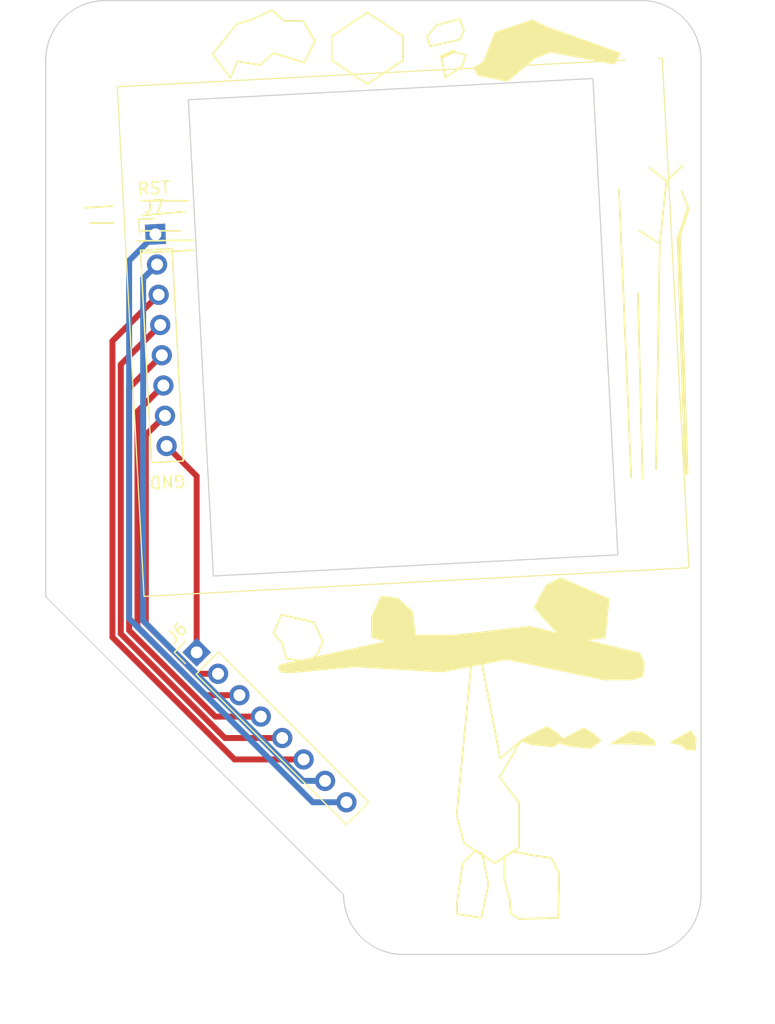
<source format=kicad_pcb>
(kicad_pcb (version 20221018) (generator pcbnew)
  (layers (0 "F.Cu" signal) (31 "B.Cu" signal) (34 "B.Paste" user) (35 "F.Paste" user) (36 "B.SilkS" user "B.Silkscreen") (37 "F.SilkS" user "F.Silkscreen") (38 "B.Mask" user) (39 "F.Mask" user) (44 "Edge.Cuts" user))
  (net 0 "")
  (net 1 "Net-(J6-Pin_8)")
  (net 2 "Net-(J6-Pin_1)")
  (net 3 "Net-(J6-Pin_3)")
  (net 4 "Net-(J6-Pin_4)")
  (net 5 "Net-(J6-Pin_5)")
  (net 6 "Net-(J6-Pin_6)")
  (net 7 "Net-(J6-Pin_7)")
  (net 8 "Net-(J6-Pin_2)")
  (footprint "Connector_PinHeader_2.54mm:PinHeader_1x08_P2.54mm_Vertical" (layer "F.Cu") (at 191.710748 39.600643 3)
    (fp_text reference "J7" (at 0 -2.33 3 unlocked) (layer "F.SilkS"))
    (fp_text value "Conn_01x08_Pin_nokia_balkon_blizko")
    (fp_line (start -1.33 -1.33) (end 0 -1.33) (stroke (width 0.12)) (layer "F.SilkS"))
    (fp_line (start -1.33 0) (end -1.33 -1.33) (stroke (width 0.12)) (layer "F.SilkS"))
    (fp_line (start -1.33 1.27) (end -1.33 19.11) (stroke (width 0.12)) (layer "F.SilkS"))
    (fp_line (start -1.33 1.27) (end 1.33 1.27) (stroke (width 0.12)) (layer "F.SilkS"))
    (fp_line (start -1.33 19.11) (end 1.33 19.11) (stroke (width 0.12)) (layer "F.SilkS"))
    (fp_line (start 1.33 1.27) (end 1.33 19.11) (stroke (width 0.12)) (layer "F.SilkS"))
    (pad "1" thru_hole rect (at 0 0 3) (size 1.7 1.7) (drill 1) (layers "*.Cu" "*.Mask") (net 1 "Net-(J6-Pin_8)"))
    (pad "2" thru_hole oval (at 0 2.54 3) (size 1.7 1.7) (drill 1) (layers "*.Cu" "*.Mask") (net 7 "Net-(J6-Pin_7)"))
    (pad "3" thru_hole oval (at 0 5.08 3) (size 1.7 1.7) (drill 1) (layers "*.Cu" "*.Mask") (net 6 "Net-(J6-Pin_6)"))
    (pad "4" thru_hole oval (at 0 7.62 3) (size 1.7 1.7) (drill 1) (layers "*.Cu" "*.Mask") (net 5 "Net-(J6-Pin_5)"))
    (pad "5" thru_hole oval (at 0 10.16 3) (size 1.7 1.7) (drill 1) (layers "*.Cu" "*.Mask") (net 4 "Net-(J6-Pin_4)"))
    (pad "6" thru_hole oval (at 0 12.7 3) (size 1.7 1.7) (drill 1) (layers "*.Cu" "*.Mask") (net 3 "Net-(J6-Pin_3)"))
    (pad "7" thru_hole oval (at 0 15.24 3) (size 1.7 1.7) (drill 1) (layers "*.Cu" "*.Mask") (net 8 "Net-(J6-Pin_2)"))
    (pad "8" thru_hole oval (at 0 17.78 3) (size 1.7 1.7) (drill 1) (layers "*.Cu" "*.Mask") (net 2 "Net-(J6-Pin_1)"))
  )
  (footprint "MountingHole:MountingHole_2.7mm_M2.5" (layer "F.Cu") (at 232.5 25)
    (fp_text reference "REF**" hide)
    (fp_text value "MountingHole_2.7mm_M2.5")
    (pad "" np_thru_hole circle (at 0 0) (size 2.7 2.7) (drill 2.7) (layers "*.Cu" "*.Mask"))
  )
  (footprint "MountingHole:MountingHole_2.7mm_M2.5" (layer "F.Cu") (at 192.5 25)
    (fp_text reference "REF**" hide)
    (fp_text value "MountingHole_2.7mm_M2.5")
    (pad "" np_thru_hole circle (at 0 0) (size 2.7 2.7) (drill 2.7) (layers "*.Cu" "*.Mask"))
  )
  (footprint "MountingHole:MountingHole_2.7mm_M2.5" (layer "F.Cu") (at 191.293369 31.636572 3)
    (fp_text reference "REF**" hide)
    (fp_text value "MountingHole_2.7mm_M2.5")
    (pad "" np_thru_hole circle (at 0 0 3) (size 2.7 2.7) (drill 2.7) (layers "*.Cu" "*.Mask"))
  )
  (footprint "Connector_PinHeader_2.54mm:PinHeader_1x08_P2.54mm_Vertical" (layer "F.Cu") (at 195.165795 74.665795 45)
    (fp_text reference "J6" (at 0 -2.33 45 unlocked) (layer "F.SilkS"))
    (fp_text value "Conn_01x08_Pin_nokia_balkon")
    (fp_line (start -1.33 -1.33) (end 0 -1.33) (stroke (width 0.12)) (layer "F.SilkS"))
    (fp_line (start -1.33 0) (end -1.33 -1.33) (stroke (width 0.12)) (layer "F.SilkS"))
    (fp_line (start -1.33 1.27) (end -1.33 19.11) (stroke (width 0.12)) (layer "F.SilkS"))
    (fp_line (start -1.33 1.27) (end 1.33 1.27) (stroke (width 0.12)) (layer "F.SilkS"))
    (fp_line (start -1.33 19.11) (end 1.33 19.11) (stroke (width 0.12)) (layer "F.SilkS"))
    (fp_line (start 1.33 1.27) (end 1.33 19.11) (stroke (width 0.12)) (layer "F.SilkS"))
    (pad "1" thru_hole rect (at 0 0 45) (size 1.7 1.7) (drill 1) (layers "*.Cu" "*.Mask") (net 2 "Net-(J6-Pin_1)"))
    (pad "2" thru_hole oval (at 0 2.54 45) (size 1.7 1.7) (drill 1) (layers "*.Cu" "*.Mask") (net 8 "Net-(J6-Pin_2)"))
    (pad "3" thru_hole oval (at 0 5.08 45) (size 1.7 1.7) (drill 1) (layers "*.Cu" "*.Mask") (net 3 "Net-(J6-Pin_3)"))
    (pad "4" thru_hole oval (at 0 7.62 45) (size 1.7 1.7) (drill 1) (layers "*.Cu" "*.Mask") (net 4 "Net-(J6-Pin_4)"))
    (pad "5" thru_hole oval (at 0 10.16 45) (size 1.7 1.7) (drill 1) (layers "*.Cu" "*.Mask") (net 5 "Net-(J6-Pin_5)"))
    (pad "6" thru_hole oval (at 0 12.7 45) (size 1.7 1.7) (drill 1) (layers "*.Cu" "*.Mask") (net 6 "Net-(J6-Pin_6)"))
    (pad "7" thru_hole oval (at 0 15.24 45) (size 1.7 1.7) (drill 1) (layers "*.Cu" "*.Mask") (net 7 "Net-(J6-Pin_7)"))
    (pad "8" thru_hole oval (at 0 17.78 45) (size 1.7 1.7) (drill 1) (layers "*.Cu" "*.Mask") (net 1 "Net-(J6-Pin_8)"))
  )
  (footprint "PCM_kikit:Board" (layer "F.Cu") (at 220.5 100 180)
    (fp_text reference "B3")
    (fp_text value "Board")
  )
  (footprint "MountingHole:MountingHole_2.7mm_M2.5" (layer "F.Cu") (at 232.5 95)
    (fp_text reference "REF**" hide)
    (fp_text value "MountingHole_2.7mm_M2.5")
    (pad "" np_thru_hole circle (at 0 0) (size 2.7 2.7) (drill 2.7) (layers "*.Cu" "*.Mask"))
  )
  (footprint "MountingHole:MountingHole_2.7mm_M2.5" (layer "F.Cu") (at 233.701313 63.160314 -177)
    (fp_text reference "REF**" hide)
    (fp_text value "MountingHole_2.7mm_M2.5")
    (pad "" np_thru_hole circle (at 0 0 183) (size 2.7 2.7) (drill 2.7) (layers "*.Cu" "*.Mask"))
  )
  (footprint "MountingHole:MountingHole_2.7mm_M2.5" (layer "F.Cu") (at 212.5 95)
    (fp_text reference "REF**" hide)
    (fp_text value "MountingHole_2.7mm_M2.5")
    (pad "" np_thru_hole circle (at 0 0) (size 2.7 2.7) (drill 2.7) (layers "*.Cu" "*.Mask"))
  )
  (footprint "MountingHole:MountingHole_2.7mm_M2.5" (layer "B.Cu") (at 193.05709 65.290388 3)
    (fp_text reference "REF**" hide)
    (fp_text value "MountingHole_2.7mm_M2.5")
    (pad "" np_thru_hole circle (at 0 0 3) (size 2.7 2.7) (drill 2.7) (layers "*.Cu" "*.Mask"))
  )
  (footprint "MountingHole:MountingHole_2.7mm_M2.5" (layer "B.Cu") (at 231.937591 29.506499 -177)
    (fp_text reference "REF**" hide)
    (fp_text value "MountingHole_2.7mm_M2.5")
    (pad "" np_thru_hole circle (at 0 0 183) (size 2.7 2.7) (drill 2.7) (layers "*.Cu" "*.Mask"))
  )
  (gr_line (start 204.1 21.7) (end 205.1 23.4) (stroke (width 0.15)) (layer "F.SilkS"))
  (gr_line (start 234.04 40.39) (end 232.28 39.28) (stroke (width 0.15)) (layer "F.SilkS"))
  (gr_line (start 185.72 37.38) (end 188.12 37.23) (stroke (width 0.15)) (layer "F.SilkS"))
  (gr_line (start 190.63 41.14) (end 194.87 40.94) (stroke (width 0.15)) (layer "F.SilkS"))
  (gr_poly (pts (xy 219.36 24.94) (xy 220.23 22.71) (xy 223.33 21.66) (xy 224.41 22.19) (xy 230.66 24.42) (xy 230.24 25.29) (xy 224.87 24.28) (xy 223.54 24.8) (xy 221.24 26.72) (xy 218.8 26.24) (xy 218.48 25.61) (xy 219.18 25.26)) (stroke (width 0.15)) (fill solid) (layer "F.SilkS"))
  (gr_line (start 236.27 59.61) (end 235.63 39.84) (stroke (width 0.35)) (layer "F.SilkS"))
  (gr_poly (pts (xy 218.21 75.68) (xy 216.99 88.3) (xy 217.61 90.67) (xy 220.2 92.36) (xy 222.23 91.01) (xy 222.23 87.29) (xy 220.6 85.14) (xy 222.35 82.1) (xy 220.65 83.56) (xy 219.02 75.17) (xy 218.39 75.38)) (stroke (width 0.15)) (fill none) (layer "F.SilkS"))
  (gr_line (start 216.05 26.46) (end 215.71 24.73) (stroke (width 0.15)) (layer "F.SilkS"))
  (gr_poly (pts (xy 225.26 72.81) (xy 223.54 70.89) (xy 224.53 69.06) (xy 225.72 68.46) (xy 229.75 70.2) (xy 229.42 73.41) (xy 226.7 73.73)) (stroke (width 0.15)) (fill solid) (layer "F.SilkS"))
  (gr_line (start 217.61 22.49) (end 217.28 23.27) (stroke (width 0.15)) (layer "F.SilkS"))
  (gr_line (start 216.72 24.28) (end 217.78 24.56) (stroke (width 0.15)) (layer "F.SilkS"))
  (gr_line (start 205.1 23.4) (end 204.2 25.2) (stroke (width 0.15)) (layer "F.SilkS"))
  (gr_line (start 234.59 35.13) (end 235.95 33.85) (stroke (width 0.15)) (layer "F.SilkS"))
  (gr_line (start 233.72 59.29) (end 234.04 40.39) (stroke (width 0.15)) (layer "F.SilkS"))
  (gr_poly (pts (xy 221 91.79) (xy 221 93.68) (xy 221.45 95.41) (xy 221.52 96.57) (xy 222.21 97.02) (xy 225.51 96.94) (xy 225.6 93.18) (xy 224.93 91.91) (xy 223.19 91.66) (xy 221.82 91.36)) (stroke (width 0.15)) (fill none) (layer "F.SilkS"))
  (gr_line (start 215.32 22.05) (end 217.22 21.54) (stroke (width 0.15)) (layer "F.SilkS"))
  (gr_poly (pts (xy 211.32 73.73) (xy 209.89 73.41) (xy 209.89 71.67) (xy 210.69 70) (xy 212.05 70.17) (xy 213.27 71.29) (xy 213.47 73.26) (xy 211.31 73.72)) (stroke (width 0.15)) (fill solid) (layer "F.SilkS"))
  (gr_line (start 206.5 25) (end 206.5 23) (stroke (width 0.15)) (layer "F.SilkS"))
  (gr_line (start 209.5 21) (end 212.5 23) (stroke (width 0.15)) (layer "F.SilkS"))
  (gr_line (start 190.54 36.79) (end 194.45 36.79) (stroke (width 0.15)) (layer "F.SilkS"))
  (gr_line (start 190.6 38.02) (end 194.22 37.68) (stroke (width 0.15)) (layer "F.SilkS"))
  (gr_line (start 201.6 24.4) (end 200.5 25.4) (stroke (width 0.15)) (layer "F.SilkS"))
  (gr_poly (pts (xy 188.508735 27.226265) (xy 234.245968 24.829278) (xy 236.485946 67.570622) (xy 190.748714 69.967609)) (stroke (width 0.1)) (fill none) (layer "F.SilkS"))
  (gr_line (start 190.17 40.15) (end 194.91 40.1) (stroke (width 0.15)) (layer "F.SilkS"))
  (gr_line (start 232.6 60.17) (end 232.2 44.54) (stroke (width 0.15)) (layer "F.SilkS"))
  (gr_line (start 217.28 23.27) (end 214.76 23.83) (stroke (width 0.15)) (layer "F.SilkS"))
  (gr_line (start 198.6 25.1) (end 198 26.5) (stroke (width 0.15)) (layer "F.SilkS"))
  (gr_line (start 190.54 39.31) (end 193.81 39.31) (stroke (width 0.15)) (layer "F.SilkS"))
  (gr_line (start 200.5 25.4) (end 198.6 25.1) (stroke (width 0.15)) (layer "F.SilkS"))
  (gr_line (start 214.76 23.83) (end 214.5 23) (stroke (width 0.15)) (layer "F.SilkS"))
  (gr_line (start 204.2 25.2) (end 201.6 24.4) (stroke (width 0.15)) (layer "F.SilkS"))
  (gr_poly (pts (xy 202.14 75.77) (xy 213.47 73.26) (xy 216.77 73.26) (xy 223.13 72.53) (xy 232.34 74.77) (xy 232.68 75.49) (xy 232.68 76.05) (xy 232.56 76.67) (xy 231.67 76.94) (xy 229.38 76.94) (xy 221.18 75.21) (xy 215.76 76.27) (xy 208.39 75.83) (xy 203.14 76.33) (xy 203.16 76.35) (xy 202.23 76.28) (xy 202.06 75.93)) (stroke (width 0.15)) (fill solid) (layer "F.SilkS"))
  (gr_line (start 217.22 21.54) (end 217.61 22.49) (stroke (width 0.15)) (layer "F.SilkS"))
  (gr_line (start 200 21.5) (end 201.5 20.8) (stroke (width 0.15)) (layer "F.SilkS"))
  (gr_line (start 234.59 35.13) (end 233.16 34.01) (stroke (width 0.15)) (layer "F.SilkS"))
  (gr_line (start 235.63 39.84) (end 236.43 37.44) (stroke (width 0.25)) (layer "F.SilkS"))
  (gr_poly (pts (xy 230.02 82.31) (xy 231.63 81.34) (xy 232.54 81.41) (xy 233.58 82.11) (xy 233.62 82.42) (xy 233.09 82.42) (xy 231.28 82.31) (xy 230.03 82.3) (xy 230.02 82.28) (xy 230.04 82.31) (xy 230 82.3)) (stroke (width 0.15)) (fill solid) (layer "F.SilkS"))
  (gr_poly (pts (xy 225.59 82.13) (xy 227.68 81.05) (xy 228.49 81.54) (xy 229.04 82.09) (xy 228.21 82.69) (xy 226.43 82.48) (xy 225.52 82.2)) (stroke (width 0.15)) (fill solid) (layer "F.SilkS"))
  (gr_line (start 215.71 24.73) (end 216.72 24.28) (stroke (width 0.3)) (layer "F.SilkS"))
  (gr_line (start 206.5 23) (end 209.5 21) (stroke (width 0.15)) (layer "F.SilkS"))
  (gr_line (start 234.04 40.39) (end 234.59 35.13) (stroke (width 0.15)) (layer "F.SilkS"))
  (gr_line (start 231.64 60.01) (end 230.61 35.85) (stroke (width 0.15)) (layer "F.SilkS"))
  (gr_line (start 201.5 20.8) (end 202.5 21.7) (stroke (width 0.15)) (layer "F.SilkS"))
  (gr_line (start 202.5 21.7) (end 204.1 21.7) (stroke (width 0.15)) (layer "F.SilkS"))
  (gr_line (start 212.5 25) (end 209.5 27) (stroke (width 0.15)) (layer "F.SilkS"))
  (gr_line (start 214.5 23) (end 215.32 22.05) (stroke (width 0.15)) (layer "F.SilkS"))
  (gr_poly (pts (xy 235 82.22) (xy 236.67 81.27) (xy 237.06 82.01) (xy 236.99 82.84) (xy 236.25 82.78) (xy 235.87 82.42) (xy 234.98 82.21)) (stroke (width 0.15)) (fill solid) (layer "F.SilkS"))
  (gr_poly (pts (xy 222.457621 82.009842) (xy 224.547621 80.929842) (xy 225.357621 81.419842) (xy 225.907621 81.969842) (xy 225.077621 82.569842) (xy 223.297621 82.359842) (xy 222.387621 82.079842)) (stroke (width 0.15)) (fill solid) (layer "F.SilkS"))
  (gr_line (start 236.43 37.44) (end 235.87 35.93) (stroke (width 0.15)) (layer "F.SilkS"))
  (gr_poly (pts (xy 204.55 75.49) (xy 202.72 75.18) (xy 202.31 73.85) (xy 201.62 73.06) (xy 202.27 71.51) (xy 205.01 72.14) (xy 205.77 73.78) (xy 205.22 74.91) (xy 204.57 75.44) (xy 204.55 75.48)) (stroke (width 0.15)) (fill none) (layer "F.SilkS"))
  (gr_line (start 217.44 25.51) (end 216.05 26.46) (stroke (width 0.15)) (layer "F.SilkS"))
  (gr_line (start 209.5 27) (end 206.5 25) (stroke (width 0.15)) (layer "F.SilkS"))
  (gr_line (start 198 26.5) (end 196.5 24.5) (stroke (width 0.15)) (layer "F.SilkS"))
  (gr_line (start 217.78 24.56) (end 217.44 25.51) (stroke (width 0.15)) (layer "F.SilkS"))
  (gr_poly (pts (xy 218.57 91.28) (xy 217.49 92.36) (xy 217.03 95.61) (xy 217.03 96.62) (xy 219.06 96.93) (xy 219.65 94.14) (xy 219.13 91.53)) (stroke (width 0.15)) (fill none) (layer "F.SilkS"))
  (gr_line (start 212.5 23) (end 212.5 25) (stroke (width 0.15)) (layer "F.SilkS"))
  (gr_line (start 196.5 24.5) (end 198.5 22) (stroke (width 0.15)) (layer "F.SilkS"))
  (gr_line (start 198.5 22) (end 200 21.5) (stroke (width 0.15)) (layer "F.SilkS"))
  (gr_line (start 186.22 38.65) (end 188.17 38.65) (stroke (width 0.15)) (layer "F.SilkS"))
  (gr_line (start 232.5 100) (end 212.5 100) (stroke (width 0.1)) (layer "Edge.Cuts"))
  (gr_arc (start 237.5 95) (mid 236.035533 98.535533) (end 232.5 100) (stroke (width 0.1)) (layer "Edge.Cuts"))
  (gr_line (start 237.5 25) (end 237.5 95) (stroke (width 0.1)) (layer "Edge.Cuts"))
  (gr_line (start 230.520762 66.481323) (end 228.427324 26.536141) (stroke (width 0.1)) (layer "Edge.Cuts"))
  (gr_arc (start 212.5 100) (mid 208.964466 98.535533) (end 207.5 95) (stroke (width 0.1)) (layer "Edge.Cuts"))
  (gr_line (start 194.473919 28.315564) (end 196.567358 68.260745) (stroke (width 0.1)) (layer "Edge.Cuts"))
  (gr_arc (start 232.5 20) (mid 236.035533 21.464466) (end 237.5 25) (stroke (width 0.1)) (layer "Edge.Cuts"))
  (gr_line (start 196.567358 68.260745) (end 230.520762 66.481323) (stroke (width 0.1)) (layer "Edge.Cuts"))
  (gr_line (start 182.5 70) (end 182.5 25) (stroke (width 0.1)) (layer "Edge.Cuts"))
  (gr_line (start 187.5 20) (end 232.5 20) (stroke (width 0.1)) (layer "Edge.Cuts"))
  (gr_arc (start 182.5 25) (mid 183.964466 21.464466) (end 187.5 20) (stroke (width 0.1)) (layer "Edge.Cuts"))
  (gr_line (start 228.427324 26.536141) (end 194.473919 28.315564) (stroke (width 0.1)) (layer "Edge.Cuts"))
  (gr_line (start 207.5 95) (end 182.5 70) (stroke (width 0.1)) (layer "Edge.Cuts"))
  (gr_text "GND" (at 194.314502 59.666873 -177) (layer "F.SilkS") (effects (font (size 1 1)) (justify left bottom)))
  (gr_text "RST" (at 190.141266 36.403401 3) (layer "F.SilkS") (effects (font (size 1 1)) (justify left bottom)))
  (segment (start 204.909727 87.238154) (end 189.5 71.828427) (width 0.5) (layer "B.Cu") (net 1))
  (segment (start 189.5 71.828427) (end 189.5 41.811391) (width 0.5) (layer "B.Cu") (net 1))
  (segment (start 207.738154 87.238154) (end 204.909727 87.238154) (width 0.5) (layer "B.Cu") (net 1))
  (segment (start 189.5 41.811391) (end 191.710748 39.600643) (width 0.5) (layer "B.Cu") (net 1))
  (segment (start 195.165795 59.88079) (end 192.641281 57.356276) (width 0.5) (layer "F.Cu") (net 2))
  (segment (start 195.165795 74.665795) (end 195.165795 59.88079) (width 0.5) (layer "F.Cu") (net 2))
  (segment (start 190.2 72.528427) (end 190.2 54.458653) (width 0.5) (layer "F.Cu") (net 3))
  (segment (start 190.2 54.458653) (end 192.375415 52.283238) (width 0.5) (layer "F.Cu") (net 3))
  (segment (start 198.757897 78.257897) (end 195.92947 78.257897) (width 0.5) (layer "F.Cu") (net 3))
  (segment (start 195.92947 78.257897) (end 190.2 72.528427) (width 0.5) (layer "F.Cu") (net 3))
  (segment (start 196.735573 80.053949) (end 189.5 72.818376) (width 0.5) (layer "F.Cu") (net 4))
  (segment (start 189.5 72.818376) (end 189.5 52.4892) (width 0.5) (layer "F.Cu") (net 4))
  (segment (start 200.553949 80.053949) (end 196.735573 80.053949) (width 0.5) (layer "F.Cu") (net 4))
  (segment (start 189.5 52.4892) (end 192.242481 49.746719) (width 0.5) (layer "F.Cu") (net 4))
  (segment (start 188.8 50.519748) (end 192.109548 47.2102) (width 0.5) (layer "F.Cu") (net 5))
  (segment (start 202.35 81.85) (end 197.541674 81.85) (width 0.5) (layer "F.Cu") (net 5))
  (segment (start 197.541674 81.85) (end 188.8 73.108325) (width 0.5) (layer "F.Cu") (net 5))
  (segment (start 188.8 73.108325) (end 188.8 50.519748) (width 0.5) (layer "F.Cu") (net 5))
  (segment (start 188.1 48.550296) (end 191.976615 44.673681) (width 0.5) (layer "F.Cu") (net 6))
  (segment (start 204.146051 83.646051) (end 198.347777 83.646051) (width 0.5) (layer "F.Cu") (net 6))
  (segment (start 188.1 73.398274) (end 188.1 48.550296) (width 0.5) (layer "F.Cu") (net 6))
  (segment (start 198.347777 83.646051) (end 188.1 73.398274) (width 0.5) (layer "F.Cu") (net 6))
  (segment (start 205.942102 85.442102) (end 204.103624 85.442102) (width 0.5) (layer "B.Cu") (net 7))
  (segment (start 204.103624 85.442102) (end 190.676615 72.015093) (width 0.5) (layer "B.Cu") (net 7))
  (segment (start 190.676615 43.304228) (end 191.843681 42.137162) (width 0.5) (layer "B.Cu") (net 7))
  (segment (start 190.676615 72.015093) (end 190.676615 43.304228) (width 0.5) (layer "B.Cu") (net 7))
  (segment (start 190.9 72.238478) (end 190.9 56.428105) (width 0.5) (layer "F.Cu") (net 8))
  (segment (start 195.123368 76.461846) (end 190.9 72.238478) (width 0.5) (layer "F.Cu") (net 8))
  (segment (start 190.9 56.428105) (end 192.508348 54.819757) (width 0.5) (layer "F.Cu") (net 8))
  (segment (start 196.961846 76.461846) (end 195.123368 76.461846) (width 0.5) (layer "F.Cu") (net 8))
)
</source>
